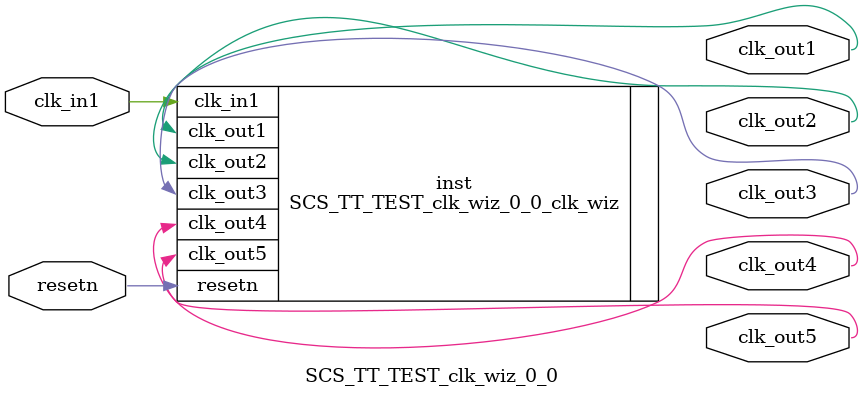
<source format=v>


`timescale 1ps/1ps

(* CORE_GENERATION_INFO = "SCS_TT_TEST_clk_wiz_0_0,clk_wiz_v6_0_3_0_0,{component_name=SCS_TT_TEST_clk_wiz_0_0,use_phase_alignment=true,use_min_o_jitter=true,use_max_i_jitter=false,use_dyn_phase_shift=false,use_inclk_switchover=false,use_dyn_reconfig=false,enable_axi=0,feedback_source=FDBK_AUTO,PRIMITIVE=MMCM,num_out_clk=5,clkin1_period=10.000,clkin2_period=10.000,use_power_down=false,use_reset=true,use_locked=false,use_inclk_stopped=false,feedback_type=SINGLE,CLOCK_MGR_TYPE=NA,manual_override=false}" *)

module SCS_TT_TEST_clk_wiz_0_0 
 (
  // Clock out ports
  output        clk_out1,
  output        clk_out2,
  output        clk_out3,
  output        clk_out4,
  output        clk_out5,
  // Status and control signals
  input         resetn,
 // Clock in ports
  input         clk_in1
 );

  SCS_TT_TEST_clk_wiz_0_0_clk_wiz inst
  (
  // Clock out ports  
  .clk_out1(clk_out1),
  .clk_out2(clk_out2),
  .clk_out3(clk_out3),
  .clk_out4(clk_out4),
  .clk_out5(clk_out5),
  // Status and control signals               
  .resetn(resetn), 
 // Clock in ports
  .clk_in1(clk_in1)
  );

endmodule

</source>
